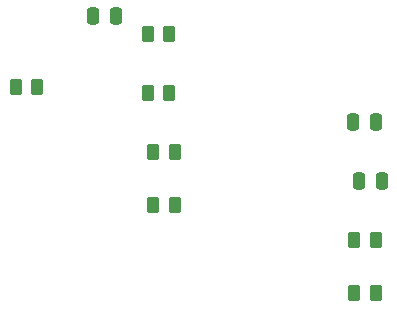
<source format=gbr>
%TF.GenerationSoftware,KiCad,Pcbnew,9.0.7*%
%TF.CreationDate,2026-02-13T10:39:18-08:00*%
%TF.ProjectId,TSSI2026.3,54535349-3230-4323-962e-332e6b696361,rev?*%
%TF.SameCoordinates,Original*%
%TF.FileFunction,Paste,Top*%
%TF.FilePolarity,Positive*%
%FSLAX46Y46*%
G04 Gerber Fmt 4.6, Leading zero omitted, Abs format (unit mm)*
G04 Created by KiCad (PCBNEW 9.0.7) date 2026-02-13 10:39:18*
%MOMM*%
%LPD*%
G01*
G04 APERTURE LIST*
G04 Aperture macros list*
%AMRoundRect*
0 Rectangle with rounded corners*
0 $1 Rounding radius*
0 $2 $3 $4 $5 $6 $7 $8 $9 X,Y pos of 4 corners*
0 Add a 4 corners polygon primitive as box body*
4,1,4,$2,$3,$4,$5,$6,$7,$8,$9,$2,$3,0*
0 Add four circle primitives for the rounded corners*
1,1,$1+$1,$2,$3*
1,1,$1+$1,$4,$5*
1,1,$1+$1,$6,$7*
1,1,$1+$1,$8,$9*
0 Add four rect primitives between the rounded corners*
20,1,$1+$1,$2,$3,$4,$5,0*
20,1,$1+$1,$4,$5,$6,$7,0*
20,1,$1+$1,$6,$7,$8,$9,0*
20,1,$1+$1,$8,$9,$2,$3,0*%
G04 Aperture macros list end*
%ADD10RoundRect,0.250000X-0.262500X-0.450000X0.262500X-0.450000X0.262500X0.450000X-0.262500X0.450000X0*%
%ADD11RoundRect,0.250000X0.262500X0.450000X-0.262500X0.450000X-0.262500X-0.450000X0.262500X-0.450000X0*%
%ADD12RoundRect,0.250000X0.250000X0.475000X-0.250000X0.475000X-0.250000X-0.475000X0.250000X-0.475000X0*%
%ADD13RoundRect,0.250000X-0.250000X-0.475000X0.250000X-0.475000X0.250000X0.475000X-0.250000X0.475000X0*%
G04 APERTURE END LIST*
D10*
%TO.C,R5*%
X55175000Y-72500000D03*
X57000000Y-72500000D03*
%TD*%
%TO.C,R4*%
X55175000Y-68000000D03*
X57000000Y-68000000D03*
%TD*%
%TO.C,R7*%
X54675000Y-58000000D03*
X56500000Y-58000000D03*
%TD*%
D11*
%TO.C,R1*%
X74000000Y-80000000D03*
X72175000Y-80000000D03*
%TD*%
D12*
%TO.C,C2*%
X74500000Y-70500000D03*
X72600000Y-70500000D03*
%TD*%
D10*
%TO.C,R6*%
X54675000Y-63000000D03*
X56500000Y-63000000D03*
%TD*%
%TO.C,R2*%
X43500000Y-62500000D03*
X45325000Y-62500000D03*
%TD*%
D13*
%TO.C,C1*%
X72100000Y-65500000D03*
X74000000Y-65500000D03*
%TD*%
D10*
%TO.C,R8*%
X72175000Y-75500000D03*
X74000000Y-75500000D03*
%TD*%
D12*
%TO.C,C3*%
X52000000Y-56500000D03*
X50100000Y-56500000D03*
%TD*%
M02*

</source>
